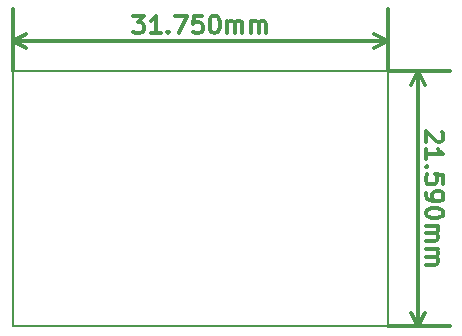
<source format=gbr>
G04 #@! TF.FileFunction,Drawing*
%FSLAX46Y46*%
G04 Gerber Fmt 4.6, Leading zero omitted, Abs format (unit mm)*
G04 Created by KiCad (PCBNEW 4.0.2-stable) date 07/05/2016 12:23:03 p. m.*
%MOMM*%
G01*
G04 APERTURE LIST*
%ADD10C,0.100000*%
%ADD11C,0.300000*%
%ADD12C,0.150000*%
G04 APERTURE END LIST*
D10*
D11*
X127000716Y-87998571D02*
X127929287Y-87998571D01*
X127429287Y-88570000D01*
X127643573Y-88570000D01*
X127786430Y-88641429D01*
X127857859Y-88712857D01*
X127929287Y-88855714D01*
X127929287Y-89212857D01*
X127857859Y-89355714D01*
X127786430Y-89427143D01*
X127643573Y-89498571D01*
X127215001Y-89498571D01*
X127072144Y-89427143D01*
X127000716Y-89355714D01*
X129357858Y-89498571D02*
X128500715Y-89498571D01*
X128929287Y-89498571D02*
X128929287Y-87998571D01*
X128786430Y-88212857D01*
X128643572Y-88355714D01*
X128500715Y-88427143D01*
X130000715Y-89355714D02*
X130072143Y-89427143D01*
X130000715Y-89498571D01*
X129929286Y-89427143D01*
X130000715Y-89355714D01*
X130000715Y-89498571D01*
X130572144Y-87998571D02*
X131572144Y-87998571D01*
X130929287Y-89498571D01*
X132857858Y-87998571D02*
X132143572Y-87998571D01*
X132072143Y-88712857D01*
X132143572Y-88641429D01*
X132286429Y-88570000D01*
X132643572Y-88570000D01*
X132786429Y-88641429D01*
X132857858Y-88712857D01*
X132929286Y-88855714D01*
X132929286Y-89212857D01*
X132857858Y-89355714D01*
X132786429Y-89427143D01*
X132643572Y-89498571D01*
X132286429Y-89498571D01*
X132143572Y-89427143D01*
X132072143Y-89355714D01*
X133857857Y-87998571D02*
X134000714Y-87998571D01*
X134143571Y-88070000D01*
X134215000Y-88141429D01*
X134286429Y-88284286D01*
X134357857Y-88570000D01*
X134357857Y-88927143D01*
X134286429Y-89212857D01*
X134215000Y-89355714D01*
X134143571Y-89427143D01*
X134000714Y-89498571D01*
X133857857Y-89498571D01*
X133715000Y-89427143D01*
X133643571Y-89355714D01*
X133572143Y-89212857D01*
X133500714Y-88927143D01*
X133500714Y-88570000D01*
X133572143Y-88284286D01*
X133643571Y-88141429D01*
X133715000Y-88070000D01*
X133857857Y-87998571D01*
X135000714Y-89498571D02*
X135000714Y-88498571D01*
X135000714Y-88641429D02*
X135072142Y-88570000D01*
X135215000Y-88498571D01*
X135429285Y-88498571D01*
X135572142Y-88570000D01*
X135643571Y-88712857D01*
X135643571Y-89498571D01*
X135643571Y-88712857D02*
X135715000Y-88570000D01*
X135857857Y-88498571D01*
X136072142Y-88498571D01*
X136215000Y-88570000D01*
X136286428Y-88712857D01*
X136286428Y-89498571D01*
X137000714Y-89498571D02*
X137000714Y-88498571D01*
X137000714Y-88641429D02*
X137072142Y-88570000D01*
X137215000Y-88498571D01*
X137429285Y-88498571D01*
X137572142Y-88570000D01*
X137643571Y-88712857D01*
X137643571Y-89498571D01*
X137643571Y-88712857D02*
X137715000Y-88570000D01*
X137857857Y-88498571D01*
X138072142Y-88498571D01*
X138215000Y-88570000D01*
X138286428Y-88712857D01*
X138286428Y-89498571D01*
X116840000Y-90170000D02*
X148590000Y-90170000D01*
X116840000Y-92710000D02*
X116840000Y-87470000D01*
X148590000Y-92710000D02*
X148590000Y-87470000D01*
X148590000Y-90170000D02*
X147463496Y-90756421D01*
X148590000Y-90170000D02*
X147463496Y-89583579D01*
X116840000Y-90170000D02*
X117966504Y-90756421D01*
X116840000Y-90170000D02*
X117966504Y-89583579D01*
X153158571Y-97862144D02*
X153230000Y-97933573D01*
X153301429Y-98076430D01*
X153301429Y-98433573D01*
X153230000Y-98576430D01*
X153158571Y-98647859D01*
X153015714Y-98719287D01*
X152872857Y-98719287D01*
X152658571Y-98647859D01*
X151801429Y-97790716D01*
X151801429Y-98719287D01*
X151801429Y-100147858D02*
X151801429Y-99290715D01*
X151801429Y-99719287D02*
X153301429Y-99719287D01*
X153087143Y-99576430D01*
X152944286Y-99433572D01*
X152872857Y-99290715D01*
X151944286Y-100790715D02*
X151872857Y-100862143D01*
X151801429Y-100790715D01*
X151872857Y-100719286D01*
X151944286Y-100790715D01*
X151801429Y-100790715D01*
X153301429Y-102219287D02*
X153301429Y-101505001D01*
X152587143Y-101433572D01*
X152658571Y-101505001D01*
X152730000Y-101647858D01*
X152730000Y-102005001D01*
X152658571Y-102147858D01*
X152587143Y-102219287D01*
X152444286Y-102290715D01*
X152087143Y-102290715D01*
X151944286Y-102219287D01*
X151872857Y-102147858D01*
X151801429Y-102005001D01*
X151801429Y-101647858D01*
X151872857Y-101505001D01*
X151944286Y-101433572D01*
X151801429Y-103005000D02*
X151801429Y-103290715D01*
X151872857Y-103433572D01*
X151944286Y-103505000D01*
X152158571Y-103647858D01*
X152444286Y-103719286D01*
X153015714Y-103719286D01*
X153158571Y-103647858D01*
X153230000Y-103576429D01*
X153301429Y-103433572D01*
X153301429Y-103147858D01*
X153230000Y-103005000D01*
X153158571Y-102933572D01*
X153015714Y-102862143D01*
X152658571Y-102862143D01*
X152515714Y-102933572D01*
X152444286Y-103005000D01*
X152372857Y-103147858D01*
X152372857Y-103433572D01*
X152444286Y-103576429D01*
X152515714Y-103647858D01*
X152658571Y-103719286D01*
X153301429Y-104647857D02*
X153301429Y-104790714D01*
X153230000Y-104933571D01*
X153158571Y-105005000D01*
X153015714Y-105076429D01*
X152730000Y-105147857D01*
X152372857Y-105147857D01*
X152087143Y-105076429D01*
X151944286Y-105005000D01*
X151872857Y-104933571D01*
X151801429Y-104790714D01*
X151801429Y-104647857D01*
X151872857Y-104505000D01*
X151944286Y-104433571D01*
X152087143Y-104362143D01*
X152372857Y-104290714D01*
X152730000Y-104290714D01*
X153015714Y-104362143D01*
X153158571Y-104433571D01*
X153230000Y-104505000D01*
X153301429Y-104647857D01*
X151801429Y-105790714D02*
X152801429Y-105790714D01*
X152658571Y-105790714D02*
X152730000Y-105862142D01*
X152801429Y-106005000D01*
X152801429Y-106219285D01*
X152730000Y-106362142D01*
X152587143Y-106433571D01*
X151801429Y-106433571D01*
X152587143Y-106433571D02*
X152730000Y-106505000D01*
X152801429Y-106647857D01*
X152801429Y-106862142D01*
X152730000Y-107005000D01*
X152587143Y-107076428D01*
X151801429Y-107076428D01*
X151801429Y-107790714D02*
X152801429Y-107790714D01*
X152658571Y-107790714D02*
X152730000Y-107862142D01*
X152801429Y-108005000D01*
X152801429Y-108219285D01*
X152730000Y-108362142D01*
X152587143Y-108433571D01*
X151801429Y-108433571D01*
X152587143Y-108433571D02*
X152730000Y-108505000D01*
X152801429Y-108647857D01*
X152801429Y-108862142D01*
X152730000Y-109005000D01*
X152587143Y-109076428D01*
X151801429Y-109076428D01*
X151130000Y-92710000D02*
X151130000Y-114300000D01*
X148590000Y-92710000D02*
X153830000Y-92710000D01*
X148590000Y-114300000D02*
X153830000Y-114300000D01*
X151130000Y-114300000D02*
X150543579Y-113173496D01*
X151130000Y-114300000D02*
X151716421Y-113173496D01*
X151130000Y-92710000D02*
X150543579Y-93836504D01*
X151130000Y-92710000D02*
X151716421Y-93836504D01*
D12*
X116840000Y-111760000D02*
X116840000Y-110490000D01*
X116840000Y-114300000D02*
X116840000Y-111760000D01*
X148590000Y-114300000D02*
X116840000Y-114300000D01*
X148590000Y-92710000D02*
X148590000Y-114300000D01*
X116840000Y-92710000D02*
X148590000Y-92710000D01*
X116840000Y-113030000D02*
X116840000Y-92710000D01*
M02*

</source>
